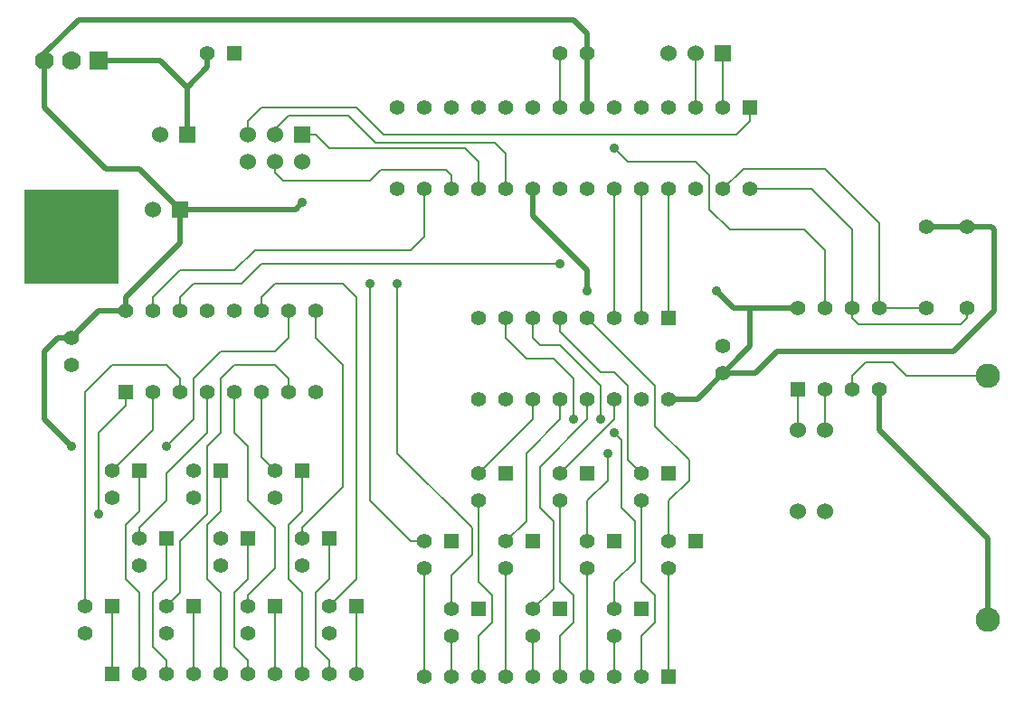
<source format=gbl>
G04 (created by PCBNEW-RS274X (2011-05-25)-stable) date Tue 19 Jun 2012 06:54:44 BST*
G01*
G70*
G90*
%MOIN*%
G04 Gerber Fmt 3.4, Leading zero omitted, Abs format*
%FSLAX34Y34*%
G04 APERTURE LIST*
%ADD10C,0.006000*%
%ADD11R,0.055000X0.055000*%
%ADD12C,0.055000*%
%ADD13C,0.060000*%
%ADD14R,0.060000X0.060000*%
%ADD15C,0.090000*%
%ADD16C,0.070000*%
%ADD17R,0.070000X0.070000*%
%ADD18R,0.350000X0.350000*%
%ADD19C,0.035000*%
%ADD20C,0.020000*%
%ADD21C,0.008000*%
G04 APERTURE END LIST*
G54D10*
G54D11*
X25000Y-30000D03*
G54D12*
X24000Y-30000D03*
X24000Y-31000D03*
G54D11*
X15500Y-24900D03*
G54D12*
X14500Y-24900D03*
X14500Y-25900D03*
G54D11*
X16500Y-27400D03*
G54D12*
X15500Y-27400D03*
X15500Y-28400D03*
G54D11*
X20500Y-29900D03*
G54D12*
X19500Y-29900D03*
X19500Y-30900D03*
G54D11*
X19500Y-27400D03*
G54D12*
X18500Y-27400D03*
X18500Y-28400D03*
G54D11*
X18500Y-24900D03*
G54D12*
X17500Y-24900D03*
X17500Y-25900D03*
G54D11*
X17500Y-29900D03*
G54D12*
X16500Y-29900D03*
X16500Y-30900D03*
G54D11*
X27000Y-27500D03*
G54D12*
X26000Y-27500D03*
X26000Y-28500D03*
G54D11*
X26000Y-25000D03*
G54D12*
X25000Y-25000D03*
X25000Y-26000D03*
G54D11*
X14500Y-29900D03*
G54D12*
X13500Y-29900D03*
X13500Y-30900D03*
G54D11*
X24000Y-27500D03*
G54D12*
X23000Y-27500D03*
X23000Y-28500D03*
G54D11*
X28000Y-30000D03*
G54D12*
X27000Y-30000D03*
X27000Y-31000D03*
G54D11*
X29000Y-25000D03*
G54D12*
X28000Y-25000D03*
X28000Y-26000D03*
G54D11*
X30000Y-27500D03*
G54D12*
X29000Y-27500D03*
X29000Y-28500D03*
G54D11*
X31000Y-30000D03*
G54D12*
X30000Y-30000D03*
X30000Y-31000D03*
G54D11*
X32000Y-25000D03*
G54D12*
X31000Y-25000D03*
X31000Y-26000D03*
G54D11*
X33000Y-27500D03*
G54D12*
X32000Y-27500D03*
X32000Y-28500D03*
G54D11*
X12500Y-24900D03*
G54D12*
X11500Y-24900D03*
X11500Y-25900D03*
G54D11*
X11500Y-29900D03*
G54D12*
X10500Y-29900D03*
X10500Y-30900D03*
G54D11*
X13500Y-27400D03*
G54D12*
X12500Y-27400D03*
X12500Y-28400D03*
G54D11*
X11500Y-32400D03*
G54D12*
X12500Y-32400D03*
X13500Y-32400D03*
X14500Y-32400D03*
X15500Y-32400D03*
X16500Y-32400D03*
X17500Y-32400D03*
X18500Y-32400D03*
X19500Y-32400D03*
X20500Y-32400D03*
G54D11*
X32000Y-32500D03*
G54D12*
X31000Y-32500D03*
X30000Y-32500D03*
X29000Y-32500D03*
X28000Y-32500D03*
X27000Y-32500D03*
X26000Y-32500D03*
X25000Y-32500D03*
X24000Y-32500D03*
X23000Y-32500D03*
G54D13*
X37750Y-23400D03*
X36750Y-23400D03*
X37750Y-26400D03*
X36750Y-26400D03*
G54D14*
X18500Y-12500D03*
G54D13*
X18500Y-13500D03*
X17500Y-12500D03*
X17500Y-13500D03*
X16500Y-12500D03*
X16500Y-13500D03*
G54D14*
X34000Y-09500D03*
G54D13*
X33000Y-09500D03*
X32000Y-09500D03*
G54D11*
X36750Y-21900D03*
G54D12*
X37750Y-21900D03*
X38750Y-21900D03*
X39750Y-21900D03*
X39750Y-18900D03*
X38750Y-18900D03*
X37750Y-18900D03*
X36750Y-18900D03*
X34000Y-11500D03*
X33000Y-11500D03*
X32000Y-11500D03*
X31000Y-11500D03*
X30000Y-11500D03*
X29000Y-11500D03*
X28000Y-11500D03*
X27000Y-11500D03*
X26000Y-11500D03*
X25000Y-11500D03*
X24000Y-11500D03*
X23000Y-11500D03*
X22000Y-11500D03*
G54D11*
X35000Y-11500D03*
G54D12*
X22000Y-14500D03*
X23000Y-14500D03*
X24000Y-14500D03*
X25000Y-14500D03*
X26000Y-14500D03*
X27000Y-14500D03*
X28000Y-14500D03*
X29000Y-14500D03*
X30000Y-14500D03*
X31000Y-14500D03*
X32000Y-14500D03*
X33000Y-14500D03*
X34000Y-14500D03*
X35000Y-14500D03*
G54D11*
X32000Y-19250D03*
G54D12*
X31000Y-19250D03*
X30000Y-19250D03*
X29000Y-19250D03*
X28000Y-19250D03*
X27000Y-19250D03*
X26000Y-19250D03*
X25000Y-19250D03*
X25000Y-22250D03*
X26000Y-22250D03*
X27000Y-22250D03*
X28000Y-22250D03*
X29000Y-22250D03*
X30000Y-22250D03*
X31000Y-22250D03*
X32000Y-22250D03*
G54D11*
X12000Y-22000D03*
G54D12*
X13000Y-22000D03*
X14000Y-22000D03*
X15000Y-22000D03*
X16000Y-22000D03*
X17000Y-22000D03*
X18000Y-22000D03*
X19000Y-22000D03*
X19000Y-19000D03*
X18000Y-19000D03*
X17000Y-19000D03*
X16000Y-19000D03*
X15000Y-19000D03*
X14000Y-19000D03*
X13000Y-19000D03*
X12000Y-19000D03*
G54D15*
X43750Y-30400D03*
X43750Y-21400D03*
G54D14*
X14250Y-12500D03*
G54D13*
X13250Y-12500D03*
G54D14*
X14000Y-15250D03*
G54D13*
X13000Y-15250D03*
G54D12*
X29000Y-09500D03*
X28000Y-09500D03*
X34000Y-21300D03*
X34000Y-20300D03*
X10000Y-20000D03*
X10000Y-21000D03*
X43000Y-15900D03*
X43000Y-18900D03*
X41500Y-15900D03*
X41500Y-18900D03*
G54D16*
X09000Y-09750D03*
G54D17*
X11000Y-09750D03*
G54D16*
X10000Y-09750D03*
G54D18*
X10000Y-16250D03*
G54D11*
X16000Y-09500D03*
G54D12*
X15000Y-09500D03*
G54D19*
X18500Y-15000D03*
X10000Y-24000D03*
X33750Y-18250D03*
X29000Y-18250D03*
X30000Y-13000D03*
X30000Y-23500D03*
X29500Y-23000D03*
X28500Y-23000D03*
X29750Y-24250D03*
X22000Y-18000D03*
X21000Y-18000D03*
X13500Y-24000D03*
X11000Y-26500D03*
X28000Y-17250D03*
G54D20*
X14000Y-15250D02*
X18250Y-15250D01*
X18250Y-15250D02*
X18500Y-15000D01*
X41500Y-15900D02*
X43000Y-15900D01*
X43000Y-15900D02*
X43900Y-15900D01*
X43900Y-15900D02*
X44000Y-16000D01*
X44000Y-16000D02*
X44000Y-19000D01*
X44000Y-19000D02*
X42500Y-20500D01*
X42500Y-20500D02*
X36000Y-20500D01*
X36000Y-20500D02*
X35200Y-21300D01*
X35200Y-21300D02*
X34000Y-21300D01*
X10000Y-20000D02*
X09500Y-20000D01*
X09000Y-23000D02*
X10000Y-24000D01*
X09000Y-20500D02*
X09000Y-23000D01*
X09500Y-20000D02*
X09000Y-20500D01*
X10000Y-20000D02*
X11000Y-19000D01*
X11000Y-19000D02*
X12000Y-19000D01*
X35000Y-18900D02*
X35000Y-20300D01*
X35000Y-20300D02*
X33050Y-22250D01*
X33050Y-22250D02*
X32000Y-22250D01*
X27000Y-14500D02*
X27000Y-15500D01*
X34400Y-18900D02*
X35000Y-18900D01*
X35000Y-18900D02*
X36750Y-18900D01*
X33750Y-18250D02*
X34400Y-18900D01*
X29000Y-17500D02*
X29000Y-18250D01*
X27000Y-15500D02*
X29000Y-17500D01*
X29000Y-09500D02*
X29000Y-11500D01*
X09000Y-09750D02*
X09000Y-09500D01*
X29000Y-08750D02*
X29000Y-09500D01*
X28500Y-08250D02*
X29000Y-08750D01*
X10250Y-08250D02*
X28500Y-08250D01*
X09000Y-09500D02*
X10250Y-08250D01*
X14000Y-15250D02*
X14000Y-16500D01*
X12000Y-18500D02*
X12000Y-19000D01*
X14000Y-16500D02*
X12000Y-18500D01*
X09000Y-09750D02*
X09000Y-11500D01*
X12500Y-13750D02*
X14000Y-15250D01*
X11250Y-13750D02*
X12500Y-13750D01*
X09000Y-11500D02*
X11250Y-13750D01*
G54D21*
X32000Y-22250D02*
X33050Y-22250D01*
X33050Y-22250D02*
X34000Y-21300D01*
X11000Y-19000D02*
X12000Y-19000D01*
X37750Y-16750D02*
X37750Y-18900D01*
X37000Y-16000D02*
X37750Y-16750D01*
X34250Y-16000D02*
X37000Y-16000D01*
X33500Y-15250D02*
X34250Y-16000D01*
X33500Y-14000D02*
X33500Y-15250D01*
X33000Y-13500D02*
X33500Y-14000D01*
X30500Y-13500D02*
X33000Y-13500D01*
X30000Y-13000D02*
X30500Y-13500D01*
X38750Y-18900D02*
X38750Y-19250D01*
X43000Y-19250D02*
X43000Y-18900D01*
X42750Y-19500D02*
X43000Y-19250D01*
X39000Y-19500D02*
X42750Y-19500D01*
X38750Y-19250D02*
X39000Y-19500D01*
X38750Y-18900D02*
X38750Y-16000D01*
X37250Y-14500D02*
X35000Y-14500D01*
X38750Y-16000D02*
X37250Y-14500D01*
X39750Y-18900D02*
X41500Y-18900D01*
X39750Y-18900D02*
X39750Y-15750D01*
X34750Y-13750D02*
X34000Y-14500D01*
X37750Y-13750D02*
X34750Y-13750D01*
X39750Y-15750D02*
X37750Y-13750D01*
G54D20*
X15000Y-09500D02*
X15000Y-10000D01*
X15000Y-10000D02*
X14250Y-10750D01*
X14250Y-10750D02*
X14250Y-12500D01*
X11000Y-09750D02*
X13250Y-09750D01*
X14250Y-10750D02*
X14250Y-12500D01*
X13250Y-09750D02*
X14250Y-10750D01*
G54D21*
X32000Y-27500D02*
X32000Y-26000D01*
X31500Y-21750D02*
X29000Y-19250D01*
X31500Y-23250D02*
X31500Y-21750D01*
X32750Y-24500D02*
X31500Y-23250D01*
X32750Y-25250D02*
X32750Y-24500D01*
X32000Y-26000D02*
X32750Y-25250D01*
X28000Y-19250D02*
X28000Y-19750D01*
X30500Y-24500D02*
X31000Y-25000D01*
X30500Y-21750D02*
X30500Y-24500D01*
X30000Y-21250D02*
X30500Y-21750D01*
X29500Y-21250D02*
X30000Y-21250D01*
X28000Y-19750D02*
X29500Y-21250D01*
X27000Y-19250D02*
X27000Y-20000D01*
X30000Y-29000D02*
X30750Y-28250D01*
X30750Y-28250D02*
X30750Y-26750D01*
X30750Y-26750D02*
X30250Y-26250D01*
X30250Y-26250D02*
X30250Y-25500D01*
X30000Y-29000D02*
X30000Y-30000D01*
X30250Y-23750D02*
X30250Y-25500D01*
X30000Y-23500D02*
X30250Y-23750D01*
X29500Y-21750D02*
X29500Y-23000D01*
X28000Y-20250D02*
X29500Y-21750D01*
X27250Y-20250D02*
X28000Y-20250D01*
X27000Y-20000D02*
X27250Y-20250D01*
X29000Y-27500D02*
X29000Y-26000D01*
X26000Y-20000D02*
X26000Y-19250D01*
X26750Y-20750D02*
X26000Y-20000D01*
X27750Y-20750D02*
X26750Y-20750D01*
X28500Y-21500D02*
X27750Y-20750D01*
X28500Y-23000D02*
X28500Y-21500D01*
X29750Y-25250D02*
X29750Y-24250D01*
X29000Y-26000D02*
X29750Y-25250D01*
X30000Y-22250D02*
X30000Y-23000D01*
X30000Y-23000D02*
X28000Y-25000D01*
X29000Y-22250D02*
X29000Y-23000D01*
X27750Y-29250D02*
X27000Y-30000D01*
X27750Y-26750D02*
X27750Y-29250D01*
X27250Y-26250D02*
X27750Y-26750D01*
X27250Y-24750D02*
X27250Y-26250D01*
X29000Y-23000D02*
X27250Y-24750D01*
X28000Y-22250D02*
X28000Y-23000D01*
X26750Y-26750D02*
X26000Y-27500D01*
X26750Y-24250D02*
X26750Y-26750D01*
X28000Y-23000D02*
X26750Y-24250D01*
X27000Y-22250D02*
X27000Y-23000D01*
X27000Y-23000D02*
X25000Y-25000D01*
X24000Y-30000D02*
X24000Y-28750D01*
X22000Y-24250D02*
X22000Y-18000D01*
X24750Y-27000D02*
X22000Y-24250D01*
X24750Y-28000D02*
X24750Y-27000D01*
X24000Y-28750D02*
X24750Y-28000D01*
X22500Y-27500D02*
X23000Y-27500D01*
X21000Y-26000D02*
X22500Y-27500D01*
X21000Y-18000D02*
X21000Y-26000D01*
X14000Y-22000D02*
X14000Y-21500D01*
X10500Y-22000D02*
X10500Y-29900D01*
X11500Y-21000D02*
X10500Y-22000D01*
X13500Y-21000D02*
X11500Y-21000D01*
X14000Y-21500D02*
X13500Y-21000D01*
X13000Y-22000D02*
X13000Y-23400D01*
X13000Y-23400D02*
X11500Y-24900D01*
X12500Y-27400D02*
X12500Y-27000D01*
X15000Y-23500D02*
X15000Y-22000D01*
X13500Y-25000D02*
X15000Y-23500D01*
X13500Y-26000D02*
X13500Y-25000D01*
X12500Y-27000D02*
X13500Y-26000D01*
X18000Y-22000D02*
X18000Y-21500D01*
X14000Y-29400D02*
X13500Y-29900D01*
X14000Y-27500D02*
X14000Y-29400D01*
X15000Y-26500D02*
X14000Y-27500D01*
X15000Y-24000D02*
X15000Y-26500D01*
X15500Y-23500D02*
X15000Y-24000D01*
X15500Y-21500D02*
X15500Y-23500D01*
X16000Y-21000D02*
X15500Y-21500D01*
X17500Y-21000D02*
X16000Y-21000D01*
X18000Y-21500D02*
X17500Y-21000D01*
X18000Y-20000D02*
X18000Y-19000D01*
X17500Y-20500D02*
X18000Y-20000D01*
X15500Y-20500D02*
X17500Y-20500D01*
X14500Y-21500D02*
X15500Y-20500D01*
X14500Y-23000D02*
X14500Y-21500D01*
X13500Y-24000D02*
X14500Y-23000D01*
X12000Y-22500D02*
X12000Y-22000D01*
X11000Y-23500D02*
X12000Y-22500D01*
X11000Y-26500D02*
X11000Y-23500D01*
X16500Y-29900D02*
X16500Y-29500D01*
X16000Y-23500D02*
X16000Y-22000D01*
X16500Y-24000D02*
X16000Y-23500D01*
X16500Y-26000D02*
X16500Y-24000D01*
X17500Y-27000D02*
X16500Y-26000D01*
X17500Y-28500D02*
X17500Y-27000D01*
X16500Y-29500D02*
X17500Y-28500D01*
X17000Y-22000D02*
X17000Y-24400D01*
X17000Y-24400D02*
X17500Y-24900D01*
X18500Y-27400D02*
X18500Y-27000D01*
X19000Y-20000D02*
X19000Y-19000D01*
X20000Y-21000D02*
X19000Y-20000D01*
X20000Y-25500D02*
X20000Y-21000D01*
X18500Y-27000D02*
X20000Y-25500D01*
X17000Y-19000D02*
X17000Y-18500D01*
X20500Y-28900D02*
X19500Y-29900D01*
X20500Y-18500D02*
X20500Y-28900D01*
X20000Y-18000D02*
X20500Y-18500D01*
X17500Y-18000D02*
X20000Y-18000D01*
X17000Y-18500D02*
X17500Y-18000D01*
G54D20*
X39750Y-21900D02*
X39750Y-23400D01*
X39750Y-23400D02*
X43750Y-27400D01*
X43750Y-27400D02*
X43750Y-30400D01*
G54D21*
X28000Y-09500D02*
X28000Y-11500D01*
X43750Y-30400D02*
X43750Y-27400D01*
X43750Y-27400D02*
X39750Y-23400D01*
X18500Y-12500D02*
X19000Y-12500D01*
X25000Y-13500D02*
X25000Y-14500D01*
X24500Y-13000D02*
X25000Y-13500D01*
X19500Y-13000D02*
X24500Y-13000D01*
X19000Y-12500D02*
X19500Y-13000D01*
X43750Y-21400D02*
X40750Y-21400D01*
X38750Y-21400D02*
X38750Y-21900D01*
X39250Y-20900D02*
X38750Y-21400D01*
X40250Y-20900D02*
X39250Y-20900D01*
X40750Y-21400D02*
X40250Y-20900D01*
X17500Y-12500D02*
X17500Y-12300D01*
X26000Y-13200D02*
X26000Y-14500D01*
X25600Y-12800D02*
X26000Y-13200D01*
X21200Y-12800D02*
X25600Y-12800D01*
X20200Y-11800D02*
X21200Y-12800D01*
X18000Y-11800D02*
X20200Y-11800D01*
X17500Y-12300D02*
X18000Y-11800D01*
X30000Y-14500D02*
X30000Y-19250D01*
X35000Y-12000D02*
X35000Y-11500D01*
X34500Y-12500D02*
X35000Y-12000D01*
X21500Y-12500D02*
X34500Y-12500D01*
X20500Y-11500D02*
X21500Y-12500D01*
X17000Y-11500D02*
X20500Y-11500D01*
X16500Y-12000D02*
X17000Y-11500D01*
X16500Y-12500D02*
X16500Y-12000D01*
X33000Y-09500D02*
X33000Y-11500D01*
X34000Y-09500D02*
X34000Y-11500D01*
X36750Y-23400D02*
X36750Y-21900D01*
X37750Y-23400D02*
X37750Y-21900D01*
X31000Y-14500D02*
X31000Y-19250D01*
X17500Y-13500D02*
X17500Y-13900D01*
X24000Y-14000D02*
X24000Y-14500D01*
X23800Y-13800D02*
X24000Y-14000D01*
X21400Y-13800D02*
X23800Y-13800D01*
X21000Y-14200D02*
X21400Y-13800D01*
X17800Y-14200D02*
X21000Y-14200D01*
X17500Y-13900D02*
X17800Y-14200D01*
X13000Y-19000D02*
X13000Y-18500D01*
X23000Y-16250D02*
X23000Y-14500D01*
X22500Y-16750D02*
X23000Y-16250D01*
X16750Y-16750D02*
X22500Y-16750D01*
X16000Y-17500D02*
X16750Y-16750D01*
X14000Y-17500D02*
X16000Y-17500D01*
X13000Y-18500D02*
X14000Y-17500D01*
X32000Y-19250D02*
X32000Y-14500D01*
X14000Y-19000D02*
X14000Y-18500D01*
X17000Y-17250D02*
X28000Y-17250D01*
X16250Y-18000D02*
X17000Y-17250D01*
X14500Y-18000D02*
X16250Y-18000D01*
X14000Y-18500D02*
X14500Y-18000D01*
X17500Y-29900D02*
X17500Y-32400D01*
X18500Y-24900D02*
X18500Y-26400D01*
X18500Y-29400D02*
X18500Y-32400D01*
X18000Y-28900D02*
X18500Y-29400D01*
X18000Y-26900D02*
X18000Y-28900D01*
X18500Y-26400D02*
X18000Y-26900D01*
X19500Y-27400D02*
X19500Y-28900D01*
X19500Y-31900D02*
X19500Y-32400D01*
X19000Y-31400D02*
X19500Y-31900D01*
X19000Y-29400D02*
X19000Y-31400D01*
X19500Y-28900D02*
X19000Y-29400D01*
X11500Y-29900D02*
X11500Y-32400D01*
X32000Y-28500D02*
X32000Y-32500D01*
X12500Y-24900D02*
X12500Y-26400D01*
X12500Y-29400D02*
X12500Y-32400D01*
X12000Y-28900D02*
X12500Y-29400D01*
X12000Y-26900D02*
X12000Y-28900D01*
X12500Y-26400D02*
X12000Y-26900D01*
X13500Y-27400D02*
X13500Y-28900D01*
X13500Y-31900D02*
X13500Y-32400D01*
X13000Y-31400D02*
X13500Y-31900D01*
X13000Y-29400D02*
X13000Y-31400D01*
X13500Y-28900D02*
X13000Y-29400D01*
X15500Y-24900D02*
X15500Y-26400D01*
X15500Y-29400D02*
X15500Y-32400D01*
X15000Y-28900D02*
X15500Y-29400D01*
X15000Y-26900D02*
X15000Y-28900D01*
X15500Y-26400D02*
X15000Y-26900D01*
X16500Y-27400D02*
X16500Y-28900D01*
X16500Y-31900D02*
X16500Y-32400D01*
X16000Y-31400D02*
X16500Y-31900D01*
X16000Y-29400D02*
X16000Y-31400D01*
X16500Y-28900D02*
X16000Y-29400D01*
X20500Y-29900D02*
X20500Y-32400D01*
X28000Y-32500D02*
X28000Y-31000D01*
X28000Y-29000D02*
X28000Y-26000D01*
X28500Y-29500D02*
X28000Y-29000D01*
X28500Y-30500D02*
X28500Y-29500D01*
X28000Y-31000D02*
X28500Y-30500D01*
X30000Y-31000D02*
X30000Y-32500D01*
X29000Y-32500D02*
X29000Y-28500D01*
X26000Y-32500D02*
X26000Y-28500D01*
X25000Y-26000D02*
X25000Y-26500D01*
X25000Y-29000D02*
X25500Y-29500D01*
X25500Y-29500D02*
X25500Y-30500D01*
X25500Y-30500D02*
X25000Y-31000D01*
X25000Y-31000D02*
X25000Y-32500D01*
X25000Y-26500D02*
X25000Y-29000D01*
X24000Y-31000D02*
X24000Y-32500D01*
X23000Y-28500D02*
X23000Y-32500D01*
X23000Y-32500D02*
X23000Y-29000D01*
X31000Y-32500D02*
X31000Y-31000D01*
X31000Y-29000D02*
X31000Y-26000D01*
X31500Y-29500D02*
X31000Y-29000D01*
X31500Y-30500D02*
X31500Y-29500D01*
X31000Y-31000D02*
X31500Y-30500D01*
X27000Y-31000D02*
X27000Y-32500D01*
X14500Y-29900D02*
X14500Y-32400D01*
M02*

</source>
